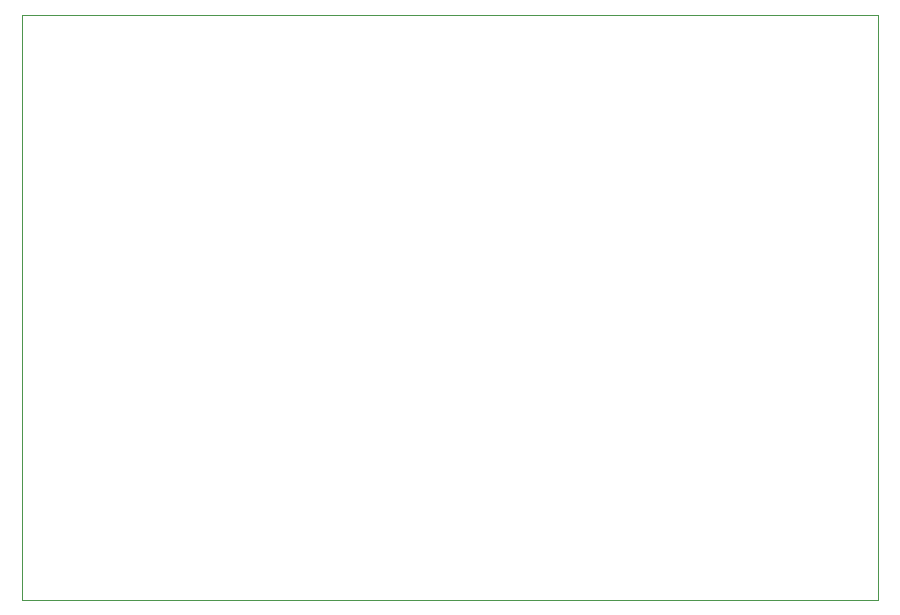
<source format=gbr>
%TF.GenerationSoftware,KiCad,Pcbnew,7.0.9-7.0.9~ubuntu20.04.1*%
%TF.CreationDate,2023-12-28T04:39:14+01:00*%
%TF.ProjectId,M50747_SDIP,4d353037-3437-45f5-9344-49502e6b6963,rev?*%
%TF.SameCoordinates,Original*%
%TF.FileFunction,Profile,NP*%
%FSLAX46Y46*%
G04 Gerber Fmt 4.6, Leading zero omitted, Abs format (unit mm)*
G04 Created by KiCad (PCBNEW 7.0.9-7.0.9~ubuntu20.04.1) date 2023-12-28 04:39:14*
%MOMM*%
%LPD*%
G01*
G04 APERTURE LIST*
%TA.AperFunction,Profile*%
%ADD10C,0.100000*%
%TD*%
G04 APERTURE END LIST*
D10*
X159500000Y-33500000D02*
X232000000Y-33500000D01*
X232000000Y-83000000D01*
X159500000Y-83000000D01*
X159500000Y-33500000D01*
M02*

</source>
